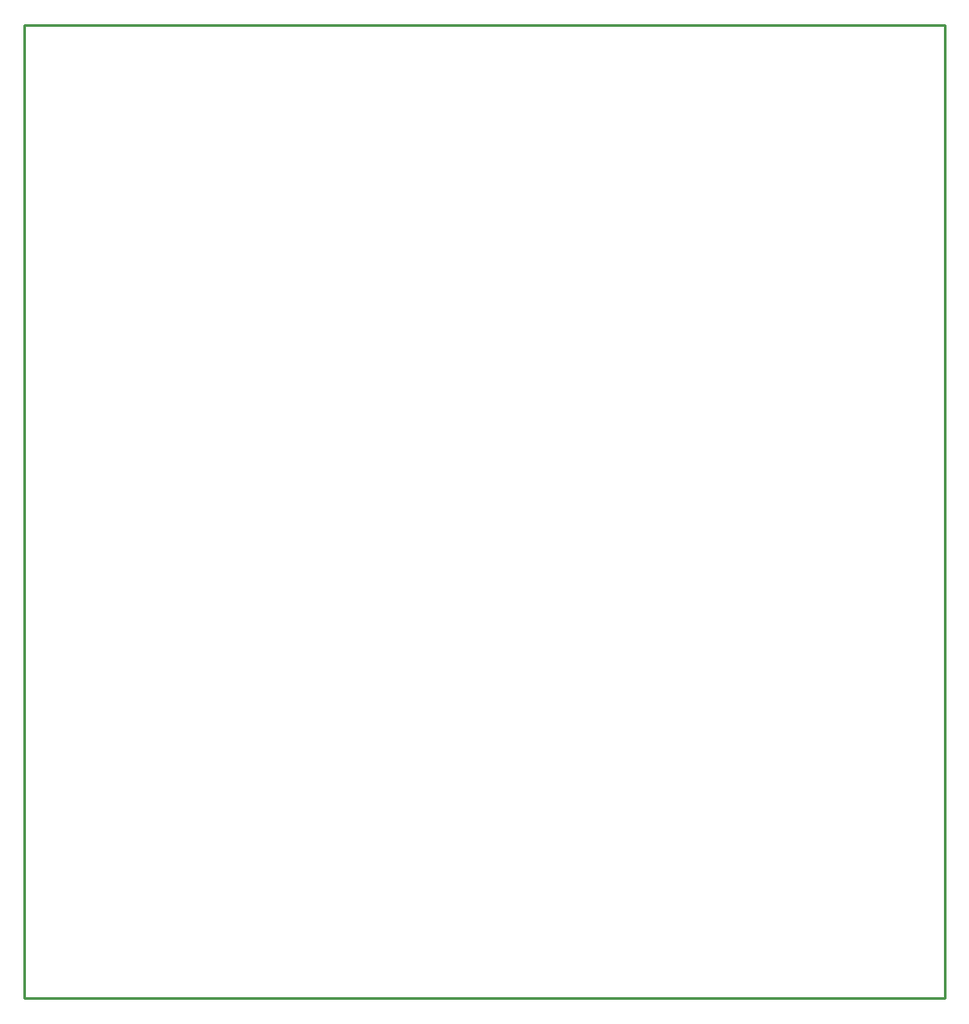
<source format=gko>
G04 Layer: BoardOutline*
G04 EasyEDA v6.4.25, 2021-11-05T19:22:01+05:30*
G04 61bcb772547544e299bc8c975d1ae397,5cb069c284564e3e9aa1642b0c72b42d,10*
G04 Gerber Generator version 0.2*
G04 Scale: 100 percent, Rotated: No, Reflected: No *
G04 Dimensions in millimeters *
G04 leading zeros omitted , absolute positions ,4 integer and 5 decimal *
%FSLAX45Y45*%
%MOMM*%

%ADD10C,0.2540*%
D10*
X4064000Y4699000D02*
G01*
X13081000Y4699000D01*
X13081000Y-4826000D01*
X4064000Y-4826000D01*
X4064000Y4699000D01*
X4064000Y4699000D01*

%LPD*%
M02*

</source>
